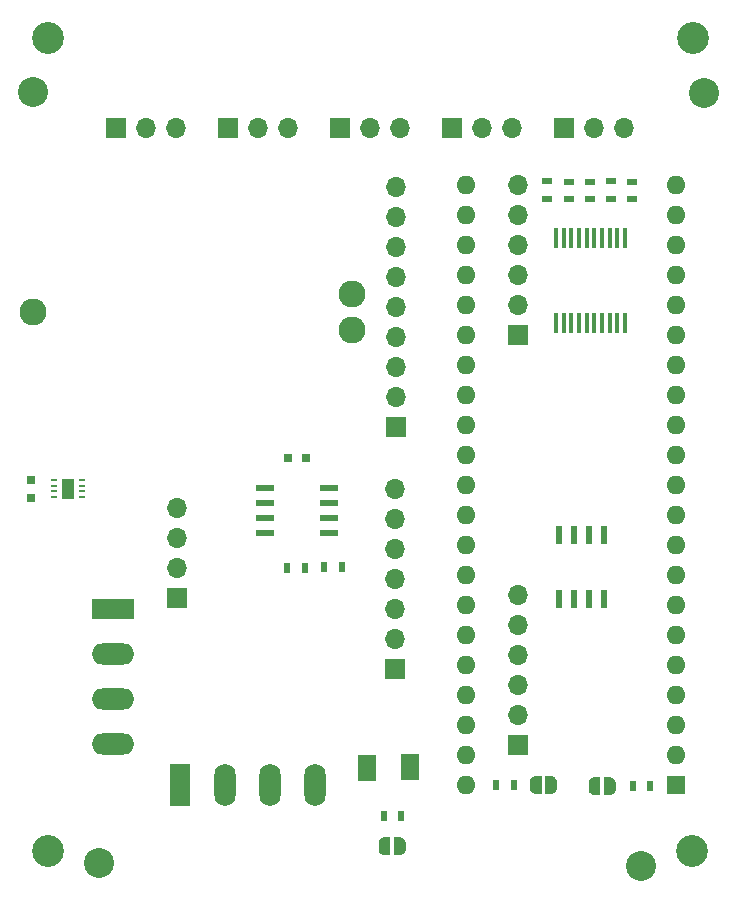
<source format=gbr>
G04 #@! TF.GenerationSoftware,KiCad,Pcbnew,(5.1.5)-3*
G04 #@! TF.CreationDate,2020-05-16T13:49:30+02:00*
G04 #@! TF.ProjectId,StepperClockMasterTinyK22,53746570-7065-4724-936c-6f636b4d6173,rev?*
G04 #@! TF.SameCoordinates,Original*
G04 #@! TF.FileFunction,Soldermask,Top*
G04 #@! TF.FilePolarity,Negative*
%FSLAX46Y46*%
G04 Gerber Fmt 4.6, Leading zero omitted, Abs format (unit mm)*
G04 Created by KiCad (PCBNEW (5.1.5)-3) date 2020-05-16 13:49:30*
%MOMM*%
%LPD*%
G04 APERTURE LIST*
%ADD10R,1.700000X1.700000*%
%ADD11O,1.700000X1.700000*%
%ADD12R,1.520000X2.180000*%
%ADD13C,0.100000*%
%ADD14R,0.900000X0.500000*%
%ADD15O,3.600000X1.800000*%
%ADD16R,3.600000X1.800000*%
%ADD17O,1.800000X3.600000*%
%ADD18R,1.800000X3.600000*%
%ADD19O,1.600000X1.600000*%
%ADD20R,1.600000X1.600000*%
%ADD21R,0.500000X0.900000*%
%ADD22R,0.550000X0.250000*%
%ADD23R,1.000000X1.700000*%
%ADD24R,0.600000X1.550000*%
%ADD25R,1.550000X0.600000*%
%ADD26R,0.450000X1.750000*%
%ADD27C,2.700000*%
%ADD28C,2.540000*%
%ADD29R,0.750000X0.800000*%
%ADD30R,0.800000X0.750000*%
%ADD31C,2.290000*%
G04 APERTURE END LIST*
D10*
X137580000Y-101490000D03*
D11*
X137580000Y-98950000D03*
X137580000Y-96410000D03*
X137580000Y-93870000D03*
X137580000Y-91330000D03*
X137580000Y-88790000D03*
D10*
X137580000Y-136130000D03*
D11*
X137580000Y-133590000D03*
X137580000Y-131050000D03*
X137580000Y-128510000D03*
X137580000Y-125970000D03*
X137580000Y-123430000D03*
D12*
X128464200Y-138050000D03*
X124781200Y-138075400D03*
D13*
G36*
X144550000Y-140400000D02*
G01*
X144050000Y-140400000D01*
X144050000Y-140399398D01*
X144025466Y-140399398D01*
X143976635Y-140394588D01*
X143928510Y-140385016D01*
X143881555Y-140370772D01*
X143836222Y-140351995D01*
X143792949Y-140328864D01*
X143752150Y-140301604D01*
X143714221Y-140270476D01*
X143679524Y-140235779D01*
X143648396Y-140197850D01*
X143621136Y-140157051D01*
X143598005Y-140113778D01*
X143579228Y-140068445D01*
X143564984Y-140021490D01*
X143555412Y-139973365D01*
X143550602Y-139924534D01*
X143550602Y-139900000D01*
X143550000Y-139900000D01*
X143550000Y-139400000D01*
X143550602Y-139400000D01*
X143550602Y-139375466D01*
X143555412Y-139326635D01*
X143564984Y-139278510D01*
X143579228Y-139231555D01*
X143598005Y-139186222D01*
X143621136Y-139142949D01*
X143648396Y-139102150D01*
X143679524Y-139064221D01*
X143714221Y-139029524D01*
X143752150Y-138998396D01*
X143792949Y-138971136D01*
X143836222Y-138948005D01*
X143881555Y-138929228D01*
X143928510Y-138914984D01*
X143976635Y-138905412D01*
X144025466Y-138900602D01*
X144050000Y-138900602D01*
X144050000Y-138900000D01*
X144550000Y-138900000D01*
X144550000Y-140400000D01*
G37*
G36*
X145350000Y-138900602D02*
G01*
X145374534Y-138900602D01*
X145423365Y-138905412D01*
X145471490Y-138914984D01*
X145518445Y-138929228D01*
X145563778Y-138948005D01*
X145607051Y-138971136D01*
X145647850Y-138998396D01*
X145685779Y-139029524D01*
X145720476Y-139064221D01*
X145751604Y-139102150D01*
X145778864Y-139142949D01*
X145801995Y-139186222D01*
X145820772Y-139231555D01*
X145835016Y-139278510D01*
X145844588Y-139326635D01*
X145849398Y-139375466D01*
X145849398Y-139400000D01*
X145850000Y-139400000D01*
X145850000Y-139900000D01*
X145849398Y-139900000D01*
X145849398Y-139924534D01*
X145844588Y-139973365D01*
X145835016Y-140021490D01*
X145820772Y-140068445D01*
X145801995Y-140113778D01*
X145778864Y-140157051D01*
X145751604Y-140197850D01*
X145720476Y-140235779D01*
X145685779Y-140270476D01*
X145647850Y-140301604D01*
X145607051Y-140328864D01*
X145563778Y-140351995D01*
X145518445Y-140370772D01*
X145471490Y-140385016D01*
X145423365Y-140394588D01*
X145374534Y-140399398D01*
X145350000Y-140399398D01*
X145350000Y-140400000D01*
X144850000Y-140400000D01*
X144850000Y-138900000D01*
X145350000Y-138900000D01*
X145350000Y-138900602D01*
G37*
G36*
X139570000Y-140300000D02*
G01*
X139070000Y-140300000D01*
X139070000Y-140299398D01*
X139045466Y-140299398D01*
X138996635Y-140294588D01*
X138948510Y-140285016D01*
X138901555Y-140270772D01*
X138856222Y-140251995D01*
X138812949Y-140228864D01*
X138772150Y-140201604D01*
X138734221Y-140170476D01*
X138699524Y-140135779D01*
X138668396Y-140097850D01*
X138641136Y-140057051D01*
X138618005Y-140013778D01*
X138599228Y-139968445D01*
X138584984Y-139921490D01*
X138575412Y-139873365D01*
X138570602Y-139824534D01*
X138570602Y-139800000D01*
X138570000Y-139800000D01*
X138570000Y-139300000D01*
X138570602Y-139300000D01*
X138570602Y-139275466D01*
X138575412Y-139226635D01*
X138584984Y-139178510D01*
X138599228Y-139131555D01*
X138618005Y-139086222D01*
X138641136Y-139042949D01*
X138668396Y-139002150D01*
X138699524Y-138964221D01*
X138734221Y-138929524D01*
X138772150Y-138898396D01*
X138812949Y-138871136D01*
X138856222Y-138848005D01*
X138901555Y-138829228D01*
X138948510Y-138814984D01*
X138996635Y-138805412D01*
X139045466Y-138800602D01*
X139070000Y-138800602D01*
X139070000Y-138800000D01*
X139570000Y-138800000D01*
X139570000Y-140300000D01*
G37*
G36*
X140370000Y-138800602D02*
G01*
X140394534Y-138800602D01*
X140443365Y-138805412D01*
X140491490Y-138814984D01*
X140538445Y-138829228D01*
X140583778Y-138848005D01*
X140627051Y-138871136D01*
X140667850Y-138898396D01*
X140705779Y-138929524D01*
X140740476Y-138964221D01*
X140771604Y-139002150D01*
X140798864Y-139042949D01*
X140821995Y-139086222D01*
X140840772Y-139131555D01*
X140855016Y-139178510D01*
X140864588Y-139226635D01*
X140869398Y-139275466D01*
X140869398Y-139300000D01*
X140870000Y-139300000D01*
X140870000Y-139800000D01*
X140869398Y-139800000D01*
X140869398Y-139824534D01*
X140864588Y-139873365D01*
X140855016Y-139921490D01*
X140840772Y-139968445D01*
X140821995Y-140013778D01*
X140798864Y-140057051D01*
X140771604Y-140097850D01*
X140740476Y-140135779D01*
X140705779Y-140170476D01*
X140667850Y-140201604D01*
X140627051Y-140228864D01*
X140583778Y-140251995D01*
X140538445Y-140270772D01*
X140491490Y-140285016D01*
X140443365Y-140294588D01*
X140394534Y-140299398D01*
X140370000Y-140299398D01*
X140370000Y-140300000D01*
X139870000Y-140300000D01*
X139870000Y-138800000D01*
X140370000Y-138800000D01*
X140370000Y-138800602D01*
G37*
G36*
X126760000Y-145480000D02*
G01*
X126260000Y-145480000D01*
X126260000Y-145479398D01*
X126235466Y-145479398D01*
X126186635Y-145474588D01*
X126138510Y-145465016D01*
X126091555Y-145450772D01*
X126046222Y-145431995D01*
X126002949Y-145408864D01*
X125962150Y-145381604D01*
X125924221Y-145350476D01*
X125889524Y-145315779D01*
X125858396Y-145277850D01*
X125831136Y-145237051D01*
X125808005Y-145193778D01*
X125789228Y-145148445D01*
X125774984Y-145101490D01*
X125765412Y-145053365D01*
X125760602Y-145004534D01*
X125760602Y-144980000D01*
X125760000Y-144980000D01*
X125760000Y-144480000D01*
X125760602Y-144480000D01*
X125760602Y-144455466D01*
X125765412Y-144406635D01*
X125774984Y-144358510D01*
X125789228Y-144311555D01*
X125808005Y-144266222D01*
X125831136Y-144222949D01*
X125858396Y-144182150D01*
X125889524Y-144144221D01*
X125924221Y-144109524D01*
X125962150Y-144078396D01*
X126002949Y-144051136D01*
X126046222Y-144028005D01*
X126091555Y-144009228D01*
X126138510Y-143994984D01*
X126186635Y-143985412D01*
X126235466Y-143980602D01*
X126260000Y-143980602D01*
X126260000Y-143980000D01*
X126760000Y-143980000D01*
X126760000Y-145480000D01*
G37*
G36*
X127560000Y-143980602D02*
G01*
X127584534Y-143980602D01*
X127633365Y-143985412D01*
X127681490Y-143994984D01*
X127728445Y-144009228D01*
X127773778Y-144028005D01*
X127817051Y-144051136D01*
X127857850Y-144078396D01*
X127895779Y-144109524D01*
X127930476Y-144144221D01*
X127961604Y-144182150D01*
X127988864Y-144222949D01*
X128011995Y-144266222D01*
X128030772Y-144311555D01*
X128045016Y-144358510D01*
X128054588Y-144406635D01*
X128059398Y-144455466D01*
X128059398Y-144480000D01*
X128060000Y-144480000D01*
X128060000Y-144980000D01*
X128059398Y-144980000D01*
X128059398Y-145004534D01*
X128054588Y-145053365D01*
X128045016Y-145101490D01*
X128030772Y-145148445D01*
X128011995Y-145193778D01*
X127988864Y-145237051D01*
X127961604Y-145277850D01*
X127930476Y-145315779D01*
X127895779Y-145350476D01*
X127857850Y-145381604D01*
X127817051Y-145408864D01*
X127773778Y-145431995D01*
X127728445Y-145450772D01*
X127681490Y-145465016D01*
X127633365Y-145474588D01*
X127584534Y-145479398D01*
X127560000Y-145479398D01*
X127560000Y-145480000D01*
X127060000Y-145480000D01*
X127060000Y-143980000D01*
X127560000Y-143980000D01*
X127560000Y-143980602D01*
G37*
D14*
X143630000Y-88460000D03*
X143630000Y-89960000D03*
D15*
X103240000Y-136050000D03*
X103240000Y-132240000D03*
X103240000Y-128430000D03*
D16*
X103240000Y-124620000D03*
D17*
X120350000Y-139560000D03*
X116540000Y-139560000D03*
X112730000Y-139560000D03*
D18*
X108920000Y-139560000D03*
D19*
X133210000Y-139560000D03*
X150990000Y-88760000D03*
X133210000Y-137020000D03*
X150990000Y-91300000D03*
X133210000Y-134480000D03*
X150990000Y-93840000D03*
X133210000Y-131940000D03*
X150990000Y-96380000D03*
X133210000Y-129400000D03*
X150990000Y-98920000D03*
X133210000Y-126860000D03*
X150990000Y-101460000D03*
X133210000Y-124320000D03*
X150990000Y-104000000D03*
X133210000Y-121780000D03*
X150990000Y-106540000D03*
X133210000Y-119240000D03*
X150990000Y-109080000D03*
X133210000Y-116700000D03*
X150990000Y-111620000D03*
X133210000Y-114160000D03*
X150990000Y-114160000D03*
X133210000Y-111620000D03*
X150990000Y-116700000D03*
X133210000Y-109080000D03*
X150990000Y-119240000D03*
X133210000Y-106540000D03*
X150990000Y-121780000D03*
X133210000Y-104000000D03*
X150990000Y-124320000D03*
X133210000Y-101460000D03*
X150990000Y-126860000D03*
X133210000Y-98920000D03*
X150990000Y-129400000D03*
X133210000Y-96380000D03*
X150990000Y-131940000D03*
X133210000Y-93840000D03*
X150990000Y-134480000D03*
X133210000Y-91300000D03*
X150990000Y-137020000D03*
X133210000Y-88760000D03*
D20*
X150990000Y-139560000D03*
D21*
X147270000Y-139650000D03*
X148770000Y-139650000D03*
X135720000Y-139590000D03*
X137220000Y-139590000D03*
D10*
X127130000Y-129720000D03*
D11*
X127130000Y-127180000D03*
X127130000Y-124640000D03*
X127130000Y-122100000D03*
X127130000Y-119560000D03*
X127130000Y-117020000D03*
X127130000Y-114480000D03*
D22*
X100665000Y-115200000D03*
X100665000Y-114700000D03*
X100665000Y-114200000D03*
X100665000Y-113700000D03*
X98315000Y-115200000D03*
X98315000Y-114700000D03*
X98315000Y-114200000D03*
X98315000Y-113700000D03*
D23*
X99490000Y-114450000D03*
D10*
X127260000Y-109230000D03*
D11*
X127260000Y-106690000D03*
X127260000Y-104150000D03*
X127260000Y-101610000D03*
X127260000Y-99070000D03*
X127260000Y-96530000D03*
X127260000Y-93990000D03*
X127260000Y-91450000D03*
X127260000Y-88910000D03*
D24*
X144855000Y-118400000D03*
X143585000Y-118400000D03*
X142315000Y-118400000D03*
X141045000Y-118400000D03*
X141045000Y-123800000D03*
X142315000Y-123800000D03*
X143585000Y-123800000D03*
X144855000Y-123800000D03*
D25*
X116130000Y-114385000D03*
X116130000Y-115655000D03*
X116130000Y-116925000D03*
X116130000Y-118195000D03*
X121530000Y-118195000D03*
X121530000Y-116925000D03*
X121530000Y-115655000D03*
X121530000Y-114385000D03*
D26*
X140785000Y-100460000D03*
X141435000Y-100460000D03*
X142085000Y-100460000D03*
X142735000Y-100460000D03*
X143385000Y-100460000D03*
X144035000Y-100460000D03*
X144685000Y-100460000D03*
X145335000Y-100460000D03*
X145985000Y-100460000D03*
X146635000Y-100460000D03*
X146635000Y-93260000D03*
X145985000Y-93260000D03*
X145335000Y-93260000D03*
X144685000Y-93260000D03*
X144035000Y-93260000D03*
X143385000Y-93260000D03*
X142735000Y-93260000D03*
X142085000Y-93260000D03*
X141435000Y-93260000D03*
X140785000Y-93260000D03*
D21*
X127700000Y-142170000D03*
X126200000Y-142170000D03*
D14*
X147230000Y-88460000D03*
X147230000Y-89960000D03*
D21*
X122640000Y-121090000D03*
X121140000Y-121090000D03*
X118050000Y-121140000D03*
X119550000Y-121140000D03*
D14*
X145440000Y-88450000D03*
X145440000Y-89950000D03*
X141850000Y-88460000D03*
X141850000Y-89960000D03*
X140050000Y-88450000D03*
X140050000Y-89950000D03*
D10*
X108700000Y-123760000D03*
D11*
X108700000Y-121220000D03*
X108700000Y-118680000D03*
X108700000Y-116140000D03*
D10*
X141500000Y-83950000D03*
D11*
X144040000Y-83950000D03*
X146580000Y-83950000D03*
D10*
X132000000Y-83950000D03*
D11*
X134540000Y-83950000D03*
X137080000Y-83950000D03*
D10*
X122510000Y-83950000D03*
D11*
X125050000Y-83950000D03*
X127590000Y-83950000D03*
D10*
X113010000Y-83950000D03*
D11*
X115550000Y-83950000D03*
X118090000Y-83950000D03*
D10*
X103510000Y-83950000D03*
D11*
X106050000Y-83950000D03*
X108590000Y-83950000D03*
D27*
X152340000Y-145100000D03*
X97750000Y-145100000D03*
X97750000Y-76280000D03*
X152350000Y-76280000D03*
D28*
X148010000Y-146370000D03*
X102090000Y-146140000D03*
X96470000Y-80890000D03*
X153360000Y-80980000D03*
D29*
X96330000Y-115220000D03*
X96330000Y-113720000D03*
D30*
X119600000Y-111890000D03*
X118100000Y-111890000D03*
D31*
X123530000Y-101010000D03*
X123530000Y-98010000D03*
X96530000Y-99510000D03*
M02*

</source>
